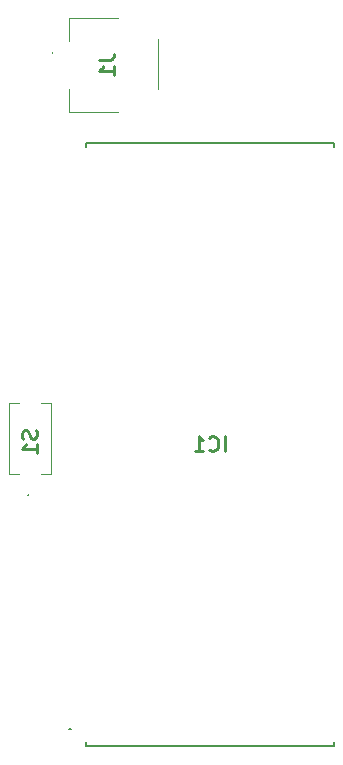
<source format=gbr>
%TF.GenerationSoftware,KiCad,Pcbnew,7.0.8-7.0.8~ubuntu20.04.1*%
%TF.CreationDate,2023-10-05T17:37:43+09:00*%
%TF.ProjectId,v0_2,76305f32-2e6b-4696-9361-645f70636258,rev?*%
%TF.SameCoordinates,Original*%
%TF.FileFunction,Legend,Bot*%
%TF.FilePolarity,Positive*%
%FSLAX46Y46*%
G04 Gerber Fmt 4.6, Leading zero omitted, Abs format (unit mm)*
G04 Created by KiCad (PCBNEW 7.0.8-7.0.8~ubuntu20.04.1) date 2023-10-05 17:37:43*
%MOMM*%
%LPD*%
G01*
G04 APERTURE LIST*
%ADD10C,0.254000*%
%ADD11C,0.100000*%
%ADD12C,0.200000*%
G04 APERTURE END LIST*
D10*
X-14726158Y-6792380D02*
X-14665681Y-6973809D01*
X-14665681Y-6973809D02*
X-14665681Y-7276190D01*
X-14665681Y-7276190D02*
X-14726158Y-7397142D01*
X-14726158Y-7397142D02*
X-14786634Y-7457618D01*
X-14786634Y-7457618D02*
X-14907586Y-7518095D01*
X-14907586Y-7518095D02*
X-15028538Y-7518095D01*
X-15028538Y-7518095D02*
X-15149491Y-7457618D01*
X-15149491Y-7457618D02*
X-15209967Y-7397142D01*
X-15209967Y-7397142D02*
X-15270443Y-7276190D01*
X-15270443Y-7276190D02*
X-15330919Y-7034285D01*
X-15330919Y-7034285D02*
X-15391396Y-6913333D01*
X-15391396Y-6913333D02*
X-15451872Y-6852856D01*
X-15451872Y-6852856D02*
X-15572824Y-6792380D01*
X-15572824Y-6792380D02*
X-15693777Y-6792380D01*
X-15693777Y-6792380D02*
X-15814729Y-6852856D01*
X-15814729Y-6852856D02*
X-15875205Y-6913333D01*
X-15875205Y-6913333D02*
X-15935681Y-7034285D01*
X-15935681Y-7034285D02*
X-15935681Y-7336666D01*
X-15935681Y-7336666D02*
X-15875205Y-7518095D01*
X-14665681Y-8727619D02*
X-14665681Y-8001904D01*
X-14665681Y-8364761D02*
X-15935681Y-8364761D01*
X-15935681Y-8364761D02*
X-15754253Y-8243809D01*
X-15754253Y-8243809D02*
X-15633300Y-8122857D01*
X-15633300Y-8122857D02*
X-15572824Y-8001904D01*
X1239762Y-8574318D02*
X1239762Y-7304318D01*
X-90714Y-8453365D02*
X-30238Y-8513842D01*
X-30238Y-8513842D02*
X151190Y-8574318D01*
X151190Y-8574318D02*
X272142Y-8574318D01*
X272142Y-8574318D02*
X453571Y-8513842D01*
X453571Y-8513842D02*
X574523Y-8392889D01*
X574523Y-8392889D02*
X635000Y-8271937D01*
X635000Y-8271937D02*
X695476Y-8030032D01*
X695476Y-8030032D02*
X695476Y-7848603D01*
X695476Y-7848603D02*
X635000Y-7606699D01*
X635000Y-7606699D02*
X574523Y-7485746D01*
X574523Y-7485746D02*
X453571Y-7364794D01*
X453571Y-7364794D02*
X272142Y-7304318D01*
X272142Y-7304318D02*
X151190Y-7304318D01*
X151190Y-7304318D02*
X-30238Y-7364794D01*
X-30238Y-7364794D02*
X-90714Y-7425270D01*
X-1300238Y-8574318D02*
X-574523Y-8574318D01*
X-937380Y-8574318D02*
X-937380Y-7304318D01*
X-937380Y-7304318D02*
X-816428Y-7485746D01*
X-816428Y-7485746D02*
X-695476Y-7606699D01*
X-695476Y-7606699D02*
X-574523Y-7667175D01*
X-9400681Y24553332D02*
X-8493538Y24553332D01*
X-8493538Y24553332D02*
X-8312110Y24613809D01*
X-8312110Y24613809D02*
X-8191158Y24734761D01*
X-8191158Y24734761D02*
X-8130681Y24916190D01*
X-8130681Y24916190D02*
X-8130681Y25037142D01*
X-8130681Y23283332D02*
X-8130681Y24009047D01*
X-8130681Y23646190D02*
X-9400681Y23646190D01*
X-9400681Y23646190D02*
X-9219253Y23767142D01*
X-9219253Y23767142D02*
X-9098300Y23888094D01*
X-9098300Y23888094D02*
X-9037824Y24009047D01*
D11*
%TO.C,S1*%
X-15440000Y-12310000D02*
X-15440000Y-12310000D01*
X-15440000Y-12210000D02*
X-15440000Y-12210000D01*
X-17040000Y-10510000D02*
X-17040000Y-4510000D01*
X-16140000Y-10510000D02*
X-17040000Y-10510000D01*
X-14340000Y-10510000D02*
X-13440000Y-10510000D01*
X-13440000Y-10510000D02*
X-13440000Y-4510000D01*
X-17040000Y-4510000D02*
X-16140000Y-4510000D01*
X-13440000Y-4510000D02*
X-14340000Y-4510000D01*
X-15440000Y-12210000D02*
G75*
G03*
X-15440000Y-12310000I0J-50000D01*
G01*
X-15440000Y-12310000D02*
G75*
G03*
X-15440000Y-12210000I0J50000D01*
G01*
D12*
%TO.C,IC1*%
X-11900000Y-32130000D02*
X-11900000Y-32130000D01*
X-11900000Y-32130000D02*
X-11900000Y-32130000D01*
X-11800000Y-32130000D02*
X-11800000Y-32130000D01*
X-10500000Y17500000D02*
X10500000Y17500000D01*
X-10500000Y17200000D02*
X-10500000Y17500000D01*
X-10500000Y-33500000D02*
X-10500000Y-33200000D01*
X10500000Y17500000D02*
X10500000Y17200000D01*
X10500000Y-33200000D02*
X10500000Y-33500000D01*
X10500000Y-33500000D02*
X-10500000Y-33500000D01*
X-11800000Y-32130000D02*
G75*
G03*
X-11900000Y-32130000I-50000J0D01*
G01*
X-11800000Y-32130000D02*
G75*
G03*
X-11900000Y-32130000I-50000J0D01*
G01*
X-11900000Y-32130000D02*
G75*
G03*
X-11800000Y-32130000I50000J0D01*
G01*
D11*
%TO.C,J1*%
X-11980000Y20180000D02*
X-7780000Y20180000D01*
X-11980000Y22130000D02*
X-11980000Y20180000D01*
X-13380000Y25130000D02*
X-13380000Y25130000D01*
X-13380000Y25230000D02*
X-13380000Y25230000D01*
X-4380000Y26330000D02*
X-4380000Y22130000D01*
X-11980000Y28080000D02*
X-11980000Y26130000D01*
X-7780000Y28080000D02*
X-11980000Y28080000D01*
X-13380000Y25230000D02*
G75*
G03*
X-13380000Y25130000I0J-50000D01*
G01*
X-13380000Y25130000D02*
G75*
G03*
X-13380000Y25230000I0J50000D01*
G01*
%TD*%
M02*

</source>
